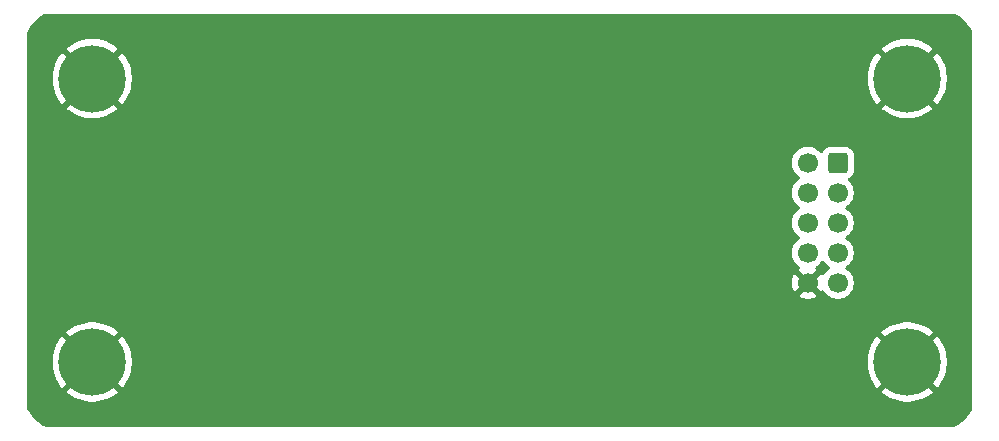
<source format=gbr>
%TF.GenerationSoftware,KiCad,Pcbnew,9.0.0*%
%TF.CreationDate,2025-03-04T20:01:11+01:00*%
%TF.ProjectId,esp32vga-keypad,65737033-3276-4676-912d-6b6579706164,2*%
%TF.SameCoordinates,Original*%
%TF.FileFunction,Copper,L2,Bot*%
%TF.FilePolarity,Positive*%
%FSLAX46Y46*%
G04 Gerber Fmt 4.6, Leading zero omitted, Abs format (unit mm)*
G04 Created by KiCad (PCBNEW 9.0.0) date 2025-03-04 20:01:11*
%MOMM*%
%LPD*%
G01*
G04 APERTURE LIST*
G04 Aperture macros list*
%AMRoundRect*
0 Rectangle with rounded corners*
0 $1 Rounding radius*
0 $2 $3 $4 $5 $6 $7 $8 $9 X,Y pos of 4 corners*
0 Add a 4 corners polygon primitive as box body*
4,1,4,$2,$3,$4,$5,$6,$7,$8,$9,$2,$3,0*
0 Add four circle primitives for the rounded corners*
1,1,$1+$1,$2,$3*
1,1,$1+$1,$4,$5*
1,1,$1+$1,$6,$7*
1,1,$1+$1,$8,$9*
0 Add four rect primitives between the rounded corners*
20,1,$1+$1,$2,$3,$4,$5,0*
20,1,$1+$1,$4,$5,$6,$7,0*
20,1,$1+$1,$6,$7,$8,$9,0*
20,1,$1+$1,$8,$9,$2,$3,0*%
G04 Aperture macros list end*
%TA.AperFunction,ComponentPad*%
%ADD10C,5.700000*%
%TD*%
%TA.AperFunction,ComponentPad*%
%ADD11RoundRect,0.250000X0.600000X0.600000X-0.600000X0.600000X-0.600000X-0.600000X0.600000X-0.600000X0*%
%TD*%
%TA.AperFunction,ComponentPad*%
%ADD12C,1.700000*%
%TD*%
%TA.AperFunction,ViaPad*%
%ADD13C,0.600000*%
%TD*%
G04 APERTURE END LIST*
D10*
%TO.P,H1,1,1*%
%TO.N,GND*%
X135000000Y-97000000D03*
%TD*%
%TO.P,H3,1,1*%
%TO.N,GND*%
X204000000Y-121000000D03*
%TD*%
%TO.P,H4,1,1*%
%TO.N,GND*%
X135000000Y-121000000D03*
%TD*%
%TO.P,H2,1,1*%
%TO.N,GND*%
X204000000Y-97000000D03*
%TD*%
D11*
%TO.P,J1,1,Pin_1*%
%TO.N,/K_DOWN*%
X198120000Y-104140000D03*
D12*
%TO.P,J1,2,Pin_2*%
%TO.N,/K_RIGHT*%
X195580000Y-104140000D03*
%TO.P,J1,3,Pin_3*%
%TO.N,/K_UP*%
X198120000Y-106680000D03*
%TO.P,J1,4,Pin_4*%
%TO.N,/K_LEFT*%
X195580000Y-106680000D03*
%TO.P,J1,5,Pin_5*%
%TO.N,/L_STAT*%
X198120000Y-109220000D03*
%TO.P,J1,6,Pin_6*%
%TO.N,/L_SYNC*%
X195580000Y-109220000D03*
%TO.P,J1,7,Pin_7*%
%TO.N,/RST*%
X198120000Y-111760000D03*
%TO.P,J1,8,Pin_8*%
%TO.N,unconnected-(J1-Pin_8-Pad8)*%
X195580000Y-111760000D03*
%TO.P,J1,9,Pin_9*%
%TO.N,+3.3V*%
X198120000Y-114300000D03*
%TO.P,J1,10,Pin_10*%
%TO.N,GND*%
X195580000Y-114300000D03*
%TD*%
D13*
%TO.N,GND*%
X154300000Y-101800000D03*
X154254200Y-121462800D03*
X184708800Y-121412000D03*
X184750000Y-101800000D03*
%TD*%
%TA.AperFunction,Conductor*%
%TO.N,GND*%
G36*
X196921444Y-112413999D02*
G01*
X196960486Y-112459056D01*
X196964951Y-112467820D01*
X197089890Y-112639786D01*
X197240213Y-112790109D01*
X197412182Y-112915050D01*
X197420946Y-112919516D01*
X197471742Y-112967491D01*
X197488536Y-113035312D01*
X197465998Y-113101447D01*
X197420946Y-113140484D01*
X197412182Y-113144949D01*
X197240213Y-113269890D01*
X197089890Y-113420213D01*
X196964949Y-113592182D01*
X196960202Y-113601499D01*
X196912227Y-113652293D01*
X196844405Y-113669087D01*
X196778271Y-113646548D01*
X196739234Y-113601495D01*
X196734626Y-113592452D01*
X196695270Y-113538282D01*
X196695269Y-113538282D01*
X196062962Y-114170590D01*
X196045925Y-114107007D01*
X195980099Y-113992993D01*
X195887007Y-113899901D01*
X195772993Y-113834075D01*
X195709409Y-113817037D01*
X196341716Y-113184728D01*
X196287547Y-113145373D01*
X196287547Y-113145372D01*
X196278500Y-113140763D01*
X196227706Y-113092788D01*
X196210912Y-113024966D01*
X196233451Y-112958832D01*
X196278508Y-112919793D01*
X196287816Y-112915051D01*
X196367007Y-112857515D01*
X196459786Y-112790109D01*
X196459788Y-112790106D01*
X196459792Y-112790104D01*
X196610104Y-112639792D01*
X196610106Y-112639788D01*
X196610109Y-112639786D01*
X196735048Y-112467820D01*
X196735047Y-112467820D01*
X196735051Y-112467816D01*
X196739514Y-112459054D01*
X196787488Y-112408259D01*
X196855308Y-112391463D01*
X196921444Y-112413999D01*
G37*
%TD.AperFunction*%
%TA.AperFunction,Conductor*%
G36*
X207961952Y-91509939D02*
G01*
X208026119Y-91536517D01*
X208045212Y-91544426D01*
X208045215Y-91544427D01*
X208057737Y-91550456D01*
X208340006Y-91706461D01*
X208351779Y-91713859D01*
X208614789Y-91900475D01*
X208625649Y-91909135D01*
X208866127Y-92124039D01*
X208875960Y-92133872D01*
X209090859Y-92374344D01*
X209099528Y-92385216D01*
X209286139Y-92648219D01*
X209293538Y-92659993D01*
X209449539Y-92942255D01*
X209455572Y-92954783D01*
X209490061Y-93038046D01*
X209499500Y-93085499D01*
X209499500Y-124914499D01*
X209490061Y-124961952D01*
X209455572Y-125045216D01*
X209449539Y-125057744D01*
X209293538Y-125340006D01*
X209286139Y-125351780D01*
X209099528Y-125614783D01*
X209090859Y-125625655D01*
X208875960Y-125866127D01*
X208866127Y-125875960D01*
X208625655Y-126090859D01*
X208614783Y-126099528D01*
X208351780Y-126286139D01*
X208340006Y-126293538D01*
X208057744Y-126449539D01*
X208045216Y-126455572D01*
X207961953Y-126490061D01*
X207914500Y-126499500D01*
X131085500Y-126499500D01*
X131038047Y-126490061D01*
X130954783Y-126455572D01*
X130942255Y-126449539D01*
X130659993Y-126293538D01*
X130648219Y-126286139D01*
X130385216Y-126099528D01*
X130374344Y-126090859D01*
X130133872Y-125875960D01*
X130124039Y-125866127D01*
X129909140Y-125625655D01*
X129900475Y-125614789D01*
X129713859Y-125351779D01*
X129706461Y-125340006D01*
X129550460Y-125057744D01*
X129544431Y-125045224D01*
X129509938Y-124961950D01*
X129500500Y-124914499D01*
X129500500Y-120835428D01*
X131650000Y-120835428D01*
X131650000Y-121164571D01*
X131682261Y-121492139D01*
X131746474Y-121814956D01*
X131746475Y-121814961D01*
X131842025Y-122129946D01*
X131967985Y-122434039D01*
X131967987Y-122434044D01*
X132123137Y-122724309D01*
X132123148Y-122724327D01*
X132306007Y-122997995D01*
X132306010Y-122997999D01*
X132460364Y-123186081D01*
X132460365Y-123186081D01*
X133705748Y-121940698D01*
X133779588Y-122042330D01*
X133957670Y-122220412D01*
X134059300Y-122294251D01*
X132813917Y-123539633D01*
X132813917Y-123539634D01*
X133002000Y-123693989D01*
X133002004Y-123693992D01*
X133275672Y-123876851D01*
X133275690Y-123876862D01*
X133565955Y-124032012D01*
X133565960Y-124032014D01*
X133870053Y-124157974D01*
X134185038Y-124253524D01*
X134185043Y-124253525D01*
X134507860Y-124317738D01*
X134835428Y-124350000D01*
X135164572Y-124350000D01*
X135492139Y-124317738D01*
X135814956Y-124253525D01*
X135814961Y-124253524D01*
X136129946Y-124157974D01*
X136434039Y-124032014D01*
X136434044Y-124032012D01*
X136724309Y-123876862D01*
X136724327Y-123876851D01*
X136998004Y-123693986D01*
X137186081Y-123539635D01*
X137186082Y-123539634D01*
X135940698Y-122294251D01*
X136042330Y-122220412D01*
X136220412Y-122042330D01*
X136294251Y-121940699D01*
X137539634Y-123186082D01*
X137539635Y-123186081D01*
X137693986Y-122998004D01*
X137876851Y-122724327D01*
X137876862Y-122724309D01*
X138032012Y-122434044D01*
X138032014Y-122434039D01*
X138157974Y-122129946D01*
X138253524Y-121814961D01*
X138253525Y-121814956D01*
X138317738Y-121492139D01*
X138350000Y-121164571D01*
X138350000Y-120835428D01*
X200650000Y-120835428D01*
X200650000Y-121164571D01*
X200682261Y-121492139D01*
X200746474Y-121814956D01*
X200746475Y-121814961D01*
X200842025Y-122129946D01*
X200967985Y-122434039D01*
X200967987Y-122434044D01*
X201123137Y-122724309D01*
X201123148Y-122724327D01*
X201306007Y-122997995D01*
X201306010Y-122997999D01*
X201460364Y-123186081D01*
X201460365Y-123186081D01*
X202705748Y-121940698D01*
X202779588Y-122042330D01*
X202957670Y-122220412D01*
X203059300Y-122294251D01*
X201813917Y-123539633D01*
X201813917Y-123539634D01*
X202002000Y-123693989D01*
X202002004Y-123693992D01*
X202275672Y-123876851D01*
X202275690Y-123876862D01*
X202565955Y-124032012D01*
X202565960Y-124032014D01*
X202870053Y-124157974D01*
X203185038Y-124253524D01*
X203185043Y-124253525D01*
X203507860Y-124317738D01*
X203835428Y-124350000D01*
X204164572Y-124350000D01*
X204492139Y-124317738D01*
X204814956Y-124253525D01*
X204814961Y-124253524D01*
X205129946Y-124157974D01*
X205434039Y-124032014D01*
X205434044Y-124032012D01*
X205724309Y-123876862D01*
X205724327Y-123876851D01*
X205998004Y-123693986D01*
X206186081Y-123539635D01*
X206186082Y-123539634D01*
X204940698Y-122294251D01*
X205042330Y-122220412D01*
X205220412Y-122042330D01*
X205294251Y-121940699D01*
X206539634Y-123186082D01*
X206539635Y-123186081D01*
X206693986Y-122998004D01*
X206876851Y-122724327D01*
X206876862Y-122724309D01*
X207032012Y-122434044D01*
X207032014Y-122434039D01*
X207157974Y-122129946D01*
X207253524Y-121814961D01*
X207253525Y-121814956D01*
X207317738Y-121492139D01*
X207350000Y-121164571D01*
X207350000Y-120835428D01*
X207317738Y-120507860D01*
X207253525Y-120185043D01*
X207253524Y-120185038D01*
X207157974Y-119870053D01*
X207032014Y-119565960D01*
X207032012Y-119565955D01*
X206876862Y-119275690D01*
X206876851Y-119275672D01*
X206693992Y-119002004D01*
X206693989Y-119002000D01*
X206539634Y-118813917D01*
X206539633Y-118813917D01*
X205294250Y-120059299D01*
X205220412Y-119957670D01*
X205042330Y-119779588D01*
X204940697Y-119705747D01*
X206186081Y-118460365D01*
X206186081Y-118460364D01*
X205997999Y-118306010D01*
X205997995Y-118306007D01*
X205724327Y-118123148D01*
X205724309Y-118123137D01*
X205434044Y-117967987D01*
X205434039Y-117967985D01*
X205129946Y-117842025D01*
X204814961Y-117746475D01*
X204814956Y-117746474D01*
X204492139Y-117682261D01*
X204164572Y-117650000D01*
X203835428Y-117650000D01*
X203507860Y-117682261D01*
X203185043Y-117746474D01*
X203185038Y-117746475D01*
X202870053Y-117842025D01*
X202565960Y-117967985D01*
X202565955Y-117967987D01*
X202275690Y-118123137D01*
X202275672Y-118123148D01*
X202002004Y-118306007D01*
X202001999Y-118306010D01*
X201813917Y-118460364D01*
X201813917Y-118460365D01*
X203059301Y-119705748D01*
X202957670Y-119779588D01*
X202779588Y-119957670D01*
X202705748Y-120059301D01*
X201460365Y-118813917D01*
X201460364Y-118813917D01*
X201306010Y-119001999D01*
X201306007Y-119002004D01*
X201123148Y-119275672D01*
X201123137Y-119275690D01*
X200967987Y-119565955D01*
X200967985Y-119565960D01*
X200842025Y-119870053D01*
X200746475Y-120185038D01*
X200746474Y-120185043D01*
X200682261Y-120507860D01*
X200650000Y-120835428D01*
X138350000Y-120835428D01*
X138317738Y-120507860D01*
X138253525Y-120185043D01*
X138253524Y-120185038D01*
X138157974Y-119870053D01*
X138032014Y-119565960D01*
X138032012Y-119565955D01*
X137876862Y-119275690D01*
X137876851Y-119275672D01*
X137693992Y-119002004D01*
X137693989Y-119002000D01*
X137539634Y-118813917D01*
X137539633Y-118813917D01*
X136294250Y-120059300D01*
X136220412Y-119957670D01*
X136042330Y-119779588D01*
X135940697Y-119705747D01*
X137186081Y-118460365D01*
X137186081Y-118460364D01*
X136997999Y-118306010D01*
X136997995Y-118306007D01*
X136724327Y-118123148D01*
X136724309Y-118123137D01*
X136434044Y-117967987D01*
X136434039Y-117967985D01*
X136129946Y-117842025D01*
X135814961Y-117746475D01*
X135814956Y-117746474D01*
X135492139Y-117682261D01*
X135164572Y-117650000D01*
X134835428Y-117650000D01*
X134507860Y-117682261D01*
X134185043Y-117746474D01*
X134185038Y-117746475D01*
X133870053Y-117842025D01*
X133565960Y-117967985D01*
X133565955Y-117967987D01*
X133275690Y-118123137D01*
X133275672Y-118123148D01*
X133002004Y-118306007D01*
X133001999Y-118306010D01*
X132813917Y-118460364D01*
X132813917Y-118460365D01*
X134059301Y-119705748D01*
X133957670Y-119779588D01*
X133779588Y-119957670D01*
X133705748Y-120059301D01*
X132460365Y-118813917D01*
X132460364Y-118813917D01*
X132306010Y-119001999D01*
X132306007Y-119002004D01*
X132123148Y-119275672D01*
X132123137Y-119275690D01*
X131967987Y-119565955D01*
X131967985Y-119565960D01*
X131842025Y-119870053D01*
X131746475Y-120185038D01*
X131746474Y-120185043D01*
X131682261Y-120507860D01*
X131650000Y-120835428D01*
X129500500Y-120835428D01*
X129500500Y-104033713D01*
X194229500Y-104033713D01*
X194229500Y-104246286D01*
X194262753Y-104456239D01*
X194328444Y-104658414D01*
X194424951Y-104847820D01*
X194549890Y-105019786D01*
X194700213Y-105170109D01*
X194872182Y-105295050D01*
X194880946Y-105299516D01*
X194931742Y-105347491D01*
X194948536Y-105415312D01*
X194925998Y-105481447D01*
X194880946Y-105520484D01*
X194872182Y-105524949D01*
X194700213Y-105649890D01*
X194549890Y-105800213D01*
X194424951Y-105972179D01*
X194328444Y-106161585D01*
X194262753Y-106363760D01*
X194229500Y-106573713D01*
X194229500Y-106786286D01*
X194262753Y-106996239D01*
X194328444Y-107198414D01*
X194424951Y-107387820D01*
X194549890Y-107559786D01*
X194700213Y-107710109D01*
X194872182Y-107835050D01*
X194880946Y-107839516D01*
X194931742Y-107887491D01*
X194948536Y-107955312D01*
X194925998Y-108021447D01*
X194880946Y-108060484D01*
X194872182Y-108064949D01*
X194700213Y-108189890D01*
X194549890Y-108340213D01*
X194424951Y-108512179D01*
X194328444Y-108701585D01*
X194262753Y-108903760D01*
X194229500Y-109113713D01*
X194229500Y-109326286D01*
X194262753Y-109536239D01*
X194328444Y-109738414D01*
X194424951Y-109927820D01*
X194549890Y-110099786D01*
X194700213Y-110250109D01*
X194872182Y-110375050D01*
X194880946Y-110379516D01*
X194931742Y-110427491D01*
X194948536Y-110495312D01*
X194925998Y-110561447D01*
X194880946Y-110600484D01*
X194872182Y-110604949D01*
X194700213Y-110729890D01*
X194549890Y-110880213D01*
X194424951Y-111052179D01*
X194328444Y-111241585D01*
X194262753Y-111443760D01*
X194229500Y-111653713D01*
X194229500Y-111866286D01*
X194262753Y-112076239D01*
X194328444Y-112278414D01*
X194424951Y-112467820D01*
X194549890Y-112639786D01*
X194700213Y-112790109D01*
X194872179Y-112915048D01*
X194872181Y-112915049D01*
X194872184Y-112915051D01*
X194881493Y-112919794D01*
X194932290Y-112967766D01*
X194949087Y-113035587D01*
X194926552Y-113101722D01*
X194881505Y-113140760D01*
X194872446Y-113145376D01*
X194872440Y-113145380D01*
X194818282Y-113184727D01*
X194818282Y-113184728D01*
X195450591Y-113817037D01*
X195387007Y-113834075D01*
X195272993Y-113899901D01*
X195179901Y-113992993D01*
X195114075Y-114107007D01*
X195097037Y-114170591D01*
X194464728Y-113538282D01*
X194464727Y-113538282D01*
X194425380Y-113592439D01*
X194328904Y-113781782D01*
X194263242Y-113983869D01*
X194263242Y-113983872D01*
X194230000Y-114193753D01*
X194230000Y-114406246D01*
X194263242Y-114616127D01*
X194263242Y-114616130D01*
X194328904Y-114818217D01*
X194425375Y-115007550D01*
X194464728Y-115061716D01*
X195097037Y-114429408D01*
X195114075Y-114492993D01*
X195179901Y-114607007D01*
X195272993Y-114700099D01*
X195387007Y-114765925D01*
X195450590Y-114782962D01*
X194818282Y-115415269D01*
X194818282Y-115415270D01*
X194872449Y-115454624D01*
X195061782Y-115551095D01*
X195263870Y-115616757D01*
X195473754Y-115650000D01*
X195686246Y-115650000D01*
X195896127Y-115616757D01*
X195896130Y-115616757D01*
X196098217Y-115551095D01*
X196287554Y-115454622D01*
X196341716Y-115415270D01*
X196341717Y-115415270D01*
X195709408Y-114782962D01*
X195772993Y-114765925D01*
X195887007Y-114700099D01*
X195980099Y-114607007D01*
X196045925Y-114492993D01*
X196062962Y-114429408D01*
X196695270Y-115061717D01*
X196695270Y-115061716D01*
X196734622Y-115007555D01*
X196739232Y-114998507D01*
X196787205Y-114947709D01*
X196855025Y-114930912D01*
X196921161Y-114953447D01*
X196960204Y-114998504D01*
X196964949Y-115007817D01*
X197089890Y-115179786D01*
X197240213Y-115330109D01*
X197412179Y-115455048D01*
X197412181Y-115455049D01*
X197412184Y-115455051D01*
X197601588Y-115551557D01*
X197803757Y-115617246D01*
X198013713Y-115650500D01*
X198013714Y-115650500D01*
X198226286Y-115650500D01*
X198226287Y-115650500D01*
X198436243Y-115617246D01*
X198638412Y-115551557D01*
X198827816Y-115455051D01*
X198882572Y-115415269D01*
X198999786Y-115330109D01*
X198999788Y-115330106D01*
X198999792Y-115330104D01*
X199150104Y-115179792D01*
X199150106Y-115179788D01*
X199150109Y-115179786D01*
X199275048Y-115007820D01*
X199275050Y-115007817D01*
X199275051Y-115007816D01*
X199371557Y-114818412D01*
X199437246Y-114616243D01*
X199470500Y-114406287D01*
X199470500Y-114193713D01*
X199437246Y-113983757D01*
X199371557Y-113781588D01*
X199275051Y-113592184D01*
X199275049Y-113592181D01*
X199275048Y-113592179D01*
X199150109Y-113420213D01*
X198999786Y-113269890D01*
X198827820Y-113144951D01*
X198819600Y-113140763D01*
X198819054Y-113140485D01*
X198768259Y-113092512D01*
X198751463Y-113024692D01*
X198773999Y-112958556D01*
X198819054Y-112919515D01*
X198827816Y-112915051D01*
X198849789Y-112899086D01*
X198999786Y-112790109D01*
X198999788Y-112790106D01*
X198999792Y-112790104D01*
X199150104Y-112639792D01*
X199150106Y-112639788D01*
X199150109Y-112639786D01*
X199275048Y-112467820D01*
X199275047Y-112467820D01*
X199275051Y-112467816D01*
X199371557Y-112278412D01*
X199437246Y-112076243D01*
X199470500Y-111866287D01*
X199470500Y-111653713D01*
X199437246Y-111443757D01*
X199371557Y-111241588D01*
X199275051Y-111052184D01*
X199275049Y-111052181D01*
X199275048Y-111052179D01*
X199150109Y-110880213D01*
X198999786Y-110729890D01*
X198827820Y-110604951D01*
X198827115Y-110604591D01*
X198819054Y-110600485D01*
X198768259Y-110552512D01*
X198751463Y-110484692D01*
X198773999Y-110418556D01*
X198819054Y-110379515D01*
X198827816Y-110375051D01*
X198849789Y-110359086D01*
X198999786Y-110250109D01*
X198999788Y-110250106D01*
X198999792Y-110250104D01*
X199150104Y-110099792D01*
X199150106Y-110099788D01*
X199150109Y-110099786D01*
X199275048Y-109927820D01*
X199275047Y-109927820D01*
X199275051Y-109927816D01*
X199371557Y-109738412D01*
X199437246Y-109536243D01*
X199470500Y-109326287D01*
X199470500Y-109113713D01*
X199437246Y-108903757D01*
X199371557Y-108701588D01*
X199275051Y-108512184D01*
X199275049Y-108512181D01*
X199275048Y-108512179D01*
X199150109Y-108340213D01*
X198999786Y-108189890D01*
X198827820Y-108064951D01*
X198827115Y-108064591D01*
X198819054Y-108060485D01*
X198768259Y-108012512D01*
X198751463Y-107944692D01*
X198773999Y-107878556D01*
X198819054Y-107839515D01*
X198827816Y-107835051D01*
X198849789Y-107819086D01*
X198999786Y-107710109D01*
X198999788Y-107710106D01*
X198999792Y-107710104D01*
X199150104Y-107559792D01*
X199150106Y-107559788D01*
X199150109Y-107559786D01*
X199275048Y-107387820D01*
X199275047Y-107387820D01*
X199275051Y-107387816D01*
X199371557Y-107198412D01*
X199437246Y-106996243D01*
X199470500Y-106786287D01*
X199470500Y-106573713D01*
X199437246Y-106363757D01*
X199371557Y-106161588D01*
X199275051Y-105972184D01*
X199275049Y-105972181D01*
X199275048Y-105972179D01*
X199150109Y-105800213D01*
X198999790Y-105649894D01*
X198999785Y-105649890D01*
X198994891Y-105646334D01*
X198952227Y-105591003D01*
X198946249Y-105521390D01*
X198978857Y-105459595D01*
X199028774Y-105428312D01*
X199039334Y-105424814D01*
X199188656Y-105332712D01*
X199312712Y-105208656D01*
X199404814Y-105059334D01*
X199459999Y-104892797D01*
X199470500Y-104790009D01*
X199470499Y-103489992D01*
X199459999Y-103387203D01*
X199404814Y-103220666D01*
X199312712Y-103071344D01*
X199188656Y-102947288D01*
X199039334Y-102855186D01*
X198872797Y-102800001D01*
X198872795Y-102800000D01*
X198770010Y-102789500D01*
X197469998Y-102789500D01*
X197469981Y-102789501D01*
X197367203Y-102800000D01*
X197367200Y-102800001D01*
X197200668Y-102855185D01*
X197200663Y-102855187D01*
X197051342Y-102947289D01*
X196927289Y-103071342D01*
X196835187Y-103220663D01*
X196835183Y-103220673D01*
X196831685Y-103231229D01*
X196791910Y-103288672D01*
X196727393Y-103315493D01*
X196658618Y-103303174D01*
X196613663Y-103265106D01*
X196610105Y-103260209D01*
X196459786Y-103109890D01*
X196287820Y-102984951D01*
X196098414Y-102888444D01*
X196098413Y-102888443D01*
X196098412Y-102888443D01*
X195896243Y-102822754D01*
X195896241Y-102822753D01*
X195896240Y-102822753D01*
X195734957Y-102797208D01*
X195686287Y-102789500D01*
X195473713Y-102789500D01*
X195425042Y-102797208D01*
X195263760Y-102822753D01*
X195061585Y-102888444D01*
X194872179Y-102984951D01*
X194700213Y-103109890D01*
X194549890Y-103260213D01*
X194424951Y-103432179D01*
X194328444Y-103621585D01*
X194262753Y-103823760D01*
X194229500Y-104033713D01*
X129500500Y-104033713D01*
X129500500Y-96835428D01*
X131650000Y-96835428D01*
X131650000Y-97164571D01*
X131682261Y-97492139D01*
X131746474Y-97814956D01*
X131746475Y-97814961D01*
X131842025Y-98129946D01*
X131967985Y-98434039D01*
X131967987Y-98434044D01*
X132123137Y-98724309D01*
X132123148Y-98724327D01*
X132306007Y-98997995D01*
X132306010Y-98997999D01*
X132460364Y-99186081D01*
X132460365Y-99186081D01*
X133705748Y-97940698D01*
X133779588Y-98042330D01*
X133957670Y-98220412D01*
X134059300Y-98294251D01*
X132813917Y-99539633D01*
X132813917Y-99539634D01*
X133002000Y-99693989D01*
X133002004Y-99693992D01*
X133275672Y-99876851D01*
X133275690Y-99876862D01*
X133565955Y-100032012D01*
X133565960Y-100032014D01*
X133870053Y-100157974D01*
X134185038Y-100253524D01*
X134185043Y-100253525D01*
X134507860Y-100317738D01*
X134835428Y-100350000D01*
X135164572Y-100350000D01*
X135492139Y-100317738D01*
X135814956Y-100253525D01*
X135814961Y-100253524D01*
X136129946Y-100157974D01*
X136434039Y-100032014D01*
X136434044Y-100032012D01*
X136724309Y-99876862D01*
X136724327Y-99876851D01*
X136998004Y-99693986D01*
X137186081Y-99539635D01*
X137186082Y-99539634D01*
X135940698Y-98294251D01*
X136042330Y-98220412D01*
X136220412Y-98042330D01*
X136294251Y-97940699D01*
X137539634Y-99186082D01*
X137539635Y-99186081D01*
X137693986Y-98998004D01*
X137876851Y-98724327D01*
X137876862Y-98724309D01*
X138032012Y-98434044D01*
X138032014Y-98434039D01*
X138157974Y-98129946D01*
X138253524Y-97814961D01*
X138253525Y-97814956D01*
X138317738Y-97492139D01*
X138350000Y-97164571D01*
X138350000Y-96835428D01*
X200650000Y-96835428D01*
X200650000Y-97164571D01*
X200682261Y-97492139D01*
X200746474Y-97814956D01*
X200746475Y-97814961D01*
X200842025Y-98129946D01*
X200967985Y-98434039D01*
X200967987Y-98434044D01*
X201123137Y-98724309D01*
X201123148Y-98724327D01*
X201306007Y-98997995D01*
X201306010Y-98997999D01*
X201460364Y-99186081D01*
X201460365Y-99186081D01*
X202705748Y-97940698D01*
X202779588Y-98042330D01*
X202957670Y-98220412D01*
X203059300Y-98294251D01*
X201813917Y-99539633D01*
X201813917Y-99539634D01*
X202002000Y-99693989D01*
X202002004Y-99693992D01*
X202275672Y-99876851D01*
X202275690Y-99876862D01*
X202565955Y-100032012D01*
X202565960Y-100032014D01*
X202870053Y-100157974D01*
X203185038Y-100253524D01*
X203185043Y-100253525D01*
X203507860Y-100317738D01*
X203835428Y-100350000D01*
X204164572Y-100350000D01*
X204492139Y-100317738D01*
X204814956Y-100253525D01*
X204814961Y-100253524D01*
X205129946Y-100157974D01*
X205434039Y-100032014D01*
X205434044Y-100032012D01*
X205724309Y-99876862D01*
X205724327Y-99876851D01*
X205998004Y-99693986D01*
X206186081Y-99539635D01*
X206186082Y-99539634D01*
X204940698Y-98294251D01*
X205042330Y-98220412D01*
X205220412Y-98042330D01*
X205294251Y-97940699D01*
X206539634Y-99186082D01*
X206539635Y-99186081D01*
X206693986Y-98998004D01*
X206876851Y-98724327D01*
X206876862Y-98724309D01*
X207032012Y-98434044D01*
X207032014Y-98434039D01*
X207157974Y-98129946D01*
X207253524Y-97814961D01*
X207253525Y-97814956D01*
X207317738Y-97492139D01*
X207350000Y-97164571D01*
X207350000Y-96835428D01*
X207317738Y-96507860D01*
X207253525Y-96185043D01*
X207253524Y-96185038D01*
X207157974Y-95870053D01*
X207032014Y-95565960D01*
X207032012Y-95565955D01*
X206876862Y-95275690D01*
X206876851Y-95275672D01*
X206693992Y-95002004D01*
X206693989Y-95002000D01*
X206539634Y-94813917D01*
X206539633Y-94813917D01*
X205294250Y-96059299D01*
X205220412Y-95957670D01*
X205042330Y-95779588D01*
X204940697Y-95705747D01*
X206186081Y-94460365D01*
X206186081Y-94460364D01*
X205997999Y-94306010D01*
X205997995Y-94306007D01*
X205724327Y-94123148D01*
X205724309Y-94123137D01*
X205434044Y-93967987D01*
X205434039Y-93967985D01*
X205129946Y-93842025D01*
X204814961Y-93746475D01*
X204814956Y-93746474D01*
X204492139Y-93682261D01*
X204164572Y-93650000D01*
X203835428Y-93650000D01*
X203507860Y-93682261D01*
X203185043Y-93746474D01*
X203185038Y-93746475D01*
X202870053Y-93842025D01*
X202565960Y-93967985D01*
X202565955Y-93967987D01*
X202275690Y-94123137D01*
X202275672Y-94123148D01*
X202002004Y-94306007D01*
X202001999Y-94306010D01*
X201813917Y-94460364D01*
X201813917Y-94460365D01*
X203059301Y-95705748D01*
X202957670Y-95779588D01*
X202779588Y-95957670D01*
X202705748Y-96059301D01*
X201460365Y-94813917D01*
X201460364Y-94813917D01*
X201306010Y-95001999D01*
X201306007Y-95002004D01*
X201123148Y-95275672D01*
X201123137Y-95275690D01*
X200967987Y-95565955D01*
X200967985Y-95565960D01*
X200842025Y-95870053D01*
X200746475Y-96185038D01*
X200746474Y-96185043D01*
X200682261Y-96507860D01*
X200650000Y-96835428D01*
X138350000Y-96835428D01*
X138317738Y-96507860D01*
X138253525Y-96185043D01*
X138253524Y-96185038D01*
X138157974Y-95870053D01*
X138032014Y-95565960D01*
X138032012Y-95565955D01*
X137876862Y-95275690D01*
X137876851Y-95275672D01*
X137693992Y-95002004D01*
X137693989Y-95002000D01*
X137539634Y-94813917D01*
X137539633Y-94813917D01*
X136294250Y-96059300D01*
X136220412Y-95957670D01*
X136042330Y-95779588D01*
X135940697Y-95705747D01*
X137186081Y-94460365D01*
X137186081Y-94460364D01*
X136997999Y-94306010D01*
X136997995Y-94306007D01*
X136724327Y-94123148D01*
X136724309Y-94123137D01*
X136434044Y-93967987D01*
X136434039Y-93967985D01*
X136129946Y-93842025D01*
X135814961Y-93746475D01*
X135814956Y-93746474D01*
X135492139Y-93682261D01*
X135164572Y-93650000D01*
X134835428Y-93650000D01*
X134507860Y-93682261D01*
X134185043Y-93746474D01*
X134185038Y-93746475D01*
X133870053Y-93842025D01*
X133565960Y-93967985D01*
X133565955Y-93967987D01*
X133275690Y-94123137D01*
X133275672Y-94123148D01*
X133002004Y-94306007D01*
X133001999Y-94306010D01*
X132813917Y-94460364D01*
X132813917Y-94460365D01*
X134059301Y-95705748D01*
X133957670Y-95779588D01*
X133779588Y-95957670D01*
X133705748Y-96059301D01*
X132460365Y-94813917D01*
X132460364Y-94813917D01*
X132306010Y-95001999D01*
X132306007Y-95002004D01*
X132123148Y-95275672D01*
X132123137Y-95275690D01*
X131967987Y-95565955D01*
X131967985Y-95565960D01*
X131842025Y-95870053D01*
X131746475Y-96185038D01*
X131746474Y-96185043D01*
X131682261Y-96507860D01*
X131650000Y-96835428D01*
X129500500Y-96835428D01*
X129500500Y-93085499D01*
X129502126Y-93077323D01*
X129501210Y-93072245D01*
X129509939Y-93038047D01*
X129511171Y-93035072D01*
X129544430Y-92954775D01*
X129550452Y-92942269D01*
X129706467Y-92659983D01*
X129713854Y-92648228D01*
X129900482Y-92385201D01*
X129909128Y-92374358D01*
X130124049Y-92133861D01*
X130133861Y-92124049D01*
X130374358Y-91909128D01*
X130385201Y-91900482D01*
X130648228Y-91713854D01*
X130659983Y-91706467D01*
X130942269Y-91550452D01*
X130954768Y-91544434D01*
X131038049Y-91509937D01*
X131085500Y-91500500D01*
X207914500Y-91500500D01*
X207961952Y-91509939D01*
G37*
%TD.AperFunction*%
%TD*%
M02*

</source>
